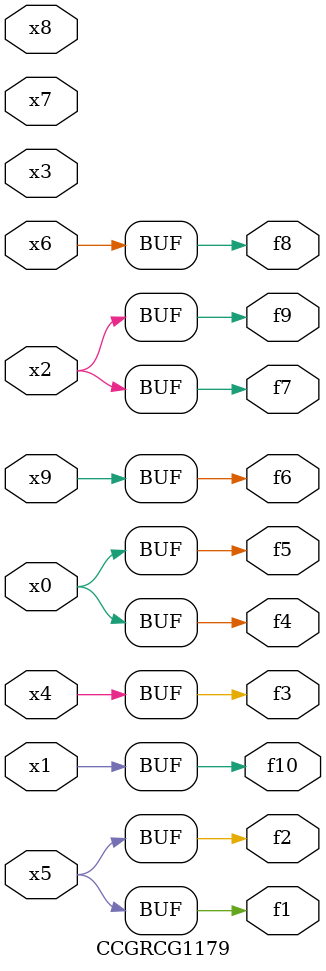
<source format=v>
module CCGRCG1179(
	input x0, x1, x2, x3, x4, x5, x6, x7, x8, x9,
	output f1, f2, f3, f4, f5, f6, f7, f8, f9, f10
);
	assign f1 = x5;
	assign f2 = x5;
	assign f3 = x4;
	assign f4 = x0;
	assign f5 = x0;
	assign f6 = x9;
	assign f7 = x2;
	assign f8 = x6;
	assign f9 = x2;
	assign f10 = x1;
endmodule

</source>
